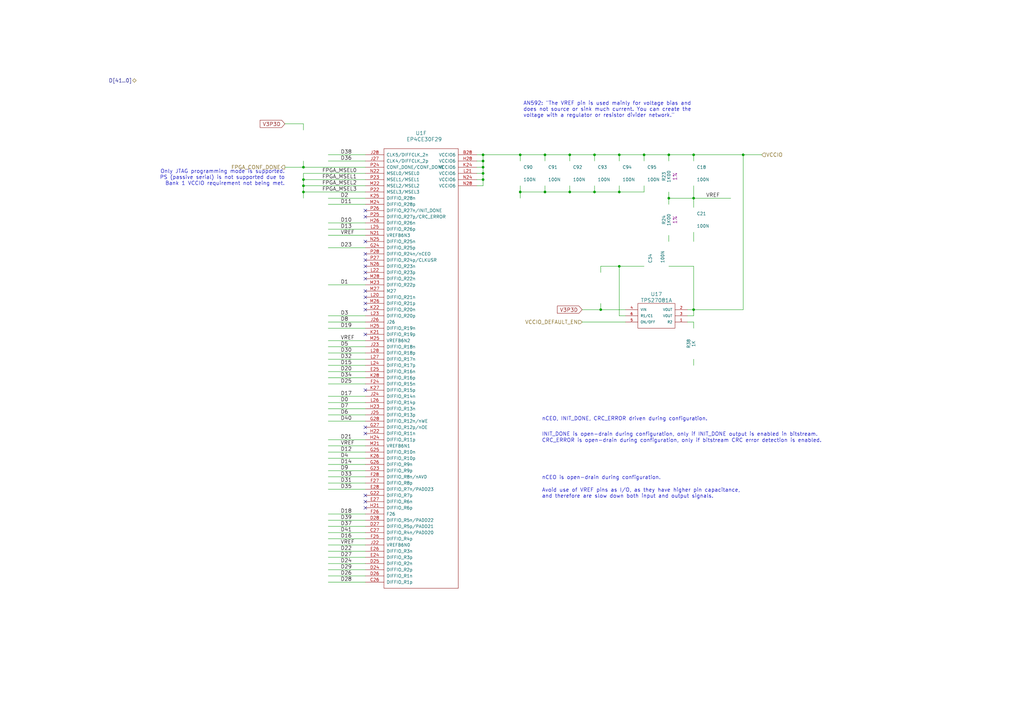
<source format=kicad_sch>
(kicad_sch (version 20230121) (generator eeschema)
  (paper "A3")
  (title_block (title "Daisho Project Main Board") (date "10 Oct 2014") (rev "0") (company "ShareBrained Technology, Inc.") (comment 1 "Copyright © 2013 Jared Boone") (comment 2 "License: GNU General Public License, version 2"))
  (junction (at 198.12 68.58))
  (junction (at 124.46 68.58))
  (junction (at 254 78.74))
  (junction (at 198.12 71.12))
  (junction (at 124.46 78.74))
  (junction (at 284.48 127))
  (junction (at 223.52 78.74))
  (junction (at 124.46 73.66))
  (junction (at 274.32 63.5))
  (junction (at 213.36 78.74))
  (junction (at 198.12 66.04))
  (junction (at 254 109.22))
  (junction (at 264.16 63.5))
  (junction (at 233.68 78.74))
  (junction (at 243.84 78.74))
  (junction (at 254 63.5))
  (junction (at 284.48 81.28))
  (junction (at 213.36 63.5))
  (junction (at 233.68 63.5))
  (junction (at 274.32 81.28))
  (junction (at 124.46 76.2))
  (junction (at 198.12 73.66))
  (junction (at 284.48 63.5))
  (junction (at 304.8 63.5))
  (junction (at 246.38 127))
  (junction (at 243.84 63.5))
  (junction (at 198.12 63.5))
  (junction (at 223.52 63.5))
  (no_connect (at 149.86 160.02))
  (no_connect (at 149.86 137.16))
  (no_connect (at 149.86 88.9))
  (no_connect (at 149.86 106.68))
  (no_connect (at 149.86 104.14))
  (no_connect (at 149.86 111.76))
  (no_connect (at 149.86 208.28))
  (no_connect (at 149.86 205.74))
  (no_connect (at 149.86 119.38))
  (no_connect (at 149.86 203.2))
  (no_connect (at 149.86 114.3))
  (no_connect (at 149.86 127))
  (no_connect (at 149.86 86.36))
  (no_connect (at 149.86 121.92))
  (no_connect (at 149.86 99.06))
  (no_connect (at 149.86 124.46))
  (no_connect (at 149.86 177.8))
  (no_connect (at 149.86 175.26))
  (no_connect (at 149.86 109.22))
  (wire (pts (xy 149.86 193.04) (xy 134.62 193.04)))
  (wire (pts (xy 149.86 172.72) (xy 134.62 172.72)))
  (wire (pts (xy 284.48 129.54) (xy 281.94 129.54)))
  (wire (pts (xy 149.86 129.54) (xy 134.62 129.54)))
  (wire (pts (xy 134.62 162.56) (xy 149.86 162.56)))
  (wire (pts (xy 149.86 91.44) (xy 134.62 91.44)))
  (wire (pts (xy 223.52 63.5) (xy 213.36 63.5)))
  (wire (pts (xy 134.62 233.68) (xy 149.86 233.68)))
  (wire (pts (xy 254 78.74) (xy 243.84 78.74)))
  (wire (pts (xy 149.86 73.66) (xy 124.46 73.66)))
  (wire (pts (xy 213.36 81.28) (xy 213.36 78.74)))
  (wire (pts (xy 124.46 81.28) (xy 124.46 78.74)))
  (wire (pts (xy 304.8 127) (xy 304.8 63.5)))
  (wire (pts (xy 284.48 85.09) (xy 284.48 81.28)))
  (wire (pts (xy 254 76.2) (xy 254 78.74)))
  (wire (pts (xy 149.86 142.24) (xy 134.62 142.24)))
  (wire (pts (xy 149.86 220.98) (xy 134.62 220.98)))
  (wire (pts (xy 281.94 127) (xy 284.48 127)))
  (wire (pts (xy 312.42 63.5) (xy 304.8 63.5)))
  (wire (pts (xy 284.48 63.5) (xy 284.48 66.04)))
  (wire (pts (xy 124.46 78.74) (xy 124.46 76.2)))
  (wire (pts (xy 274.32 96.52) (xy 274.32 99.06)))
  (wire (pts (xy 233.68 63.5) (xy 233.68 66.04)))
  (wire (pts (xy 254 129.54) (xy 254 109.22)))
  (wire (pts (xy 149.86 157.48) (xy 134.62 157.48)))
  (wire (pts (xy 124.46 78.74) (xy 149.86 78.74)))
  (wire (pts (xy 264.16 63.5) (xy 264.16 66.04)))
  (wire (pts (xy 134.62 154.94) (xy 149.86 154.94)))
  (wire (pts (xy 149.86 152.4) (xy 134.62 152.4)))
  (wire (pts (xy 124.46 73.66) (xy 124.46 71.12)))
  (wire (pts (xy 134.62 180.34) (xy 149.86 180.34)))
  (wire (pts (xy 213.36 63.5) (xy 213.36 66.04)))
  (wire (pts (xy 149.86 149.86) (xy 134.62 149.86)))
  (wire (pts (xy 233.68 78.74) (xy 233.68 76.2)))
  (wire (pts (xy 134.62 223.52) (xy 149.86 223.52)))
  (wire (pts (xy 134.62 170.18) (xy 149.86 170.18)))
  (wire (pts (xy 134.62 218.44) (xy 149.86 218.44)))
  (wire (pts (xy 134.62 236.22) (xy 149.86 236.22)))
  (wire (pts (xy 264.16 63.5) (xy 254 63.5)))
  (wire (pts (xy 243.84 63.5) (xy 243.84 66.04)))
  (wire (pts (xy 243.84 63.5) (xy 233.68 63.5)))
  (wire (pts (xy 149.86 198.12) (xy 134.62 198.12)))
  (wire (pts (xy 274.32 63.5) (xy 274.32 66.04)))
  (wire (pts (xy 149.86 68.58) (xy 124.46 68.58)))
  (wire (pts (xy 198.12 73.66) (xy 198.12 71.12)))
  (wire (pts (xy 284.48 127) (xy 304.8 127)))
  (wire (pts (xy 198.12 68.58) (xy 198.12 66.04)))
  (wire (pts (xy 274.32 83.82) (xy 274.32 81.28)))
  (wire (pts (xy 198.12 66.04) (xy 195.58 66.04)))
  (wire (pts (xy 198.12 71.12) (xy 198.12 68.58)))
  (wire (pts (xy 134.62 144.78) (xy 149.86 144.78)))
  (wire (pts (xy 134.62 101.6) (xy 149.86 101.6)))
  (wire (pts (xy 134.62 195.58) (xy 149.86 195.58)))
  (wire (pts (xy 304.8 63.5) (xy 284.48 63.5)))
  (wire (pts (xy 134.62 190.5) (xy 149.86 190.5)))
  (wire (pts (xy 254 63.5) (xy 243.84 63.5)))
  (wire (pts (xy 274.32 63.5) (xy 264.16 63.5)))
  (wire (pts (xy 284.48 134.62) (xy 284.48 132.08)))
  (wire (pts (xy 284.48 63.5) (xy 274.32 63.5)))
  (wire (pts (xy 149.86 231.14) (xy 134.62 231.14)))
  (wire (pts (xy 134.62 215.9) (xy 149.86 215.9)))
  (wire (pts (xy 134.62 81.28) (xy 149.86 81.28)))
  (wire (pts (xy 134.62 147.32) (xy 149.86 147.32)))
  (wire (pts (xy 198.12 68.58) (xy 195.58 68.58)))
  (wire (pts (xy 149.86 116.84) (xy 134.62 116.84)))
  (wire (pts (xy 243.84 78.74) (xy 233.68 78.74)))
  (wire (pts (xy 284.48 127) (xy 284.48 109.22)))
  (wire (pts (xy 254 63.5) (xy 254 66.04)))
  (wire (pts (xy 149.86 228.6) (xy 134.62 228.6)))
  (wire (pts (xy 246.38 111.76) (xy 246.38 109.22)))
  (wire (pts (xy 134.62 139.7) (xy 149.86 139.7)))
  (wire (pts (xy 284.48 147.32) (xy 284.48 149.86)))
  (wire (pts (xy 124.46 66.04) (xy 124.46 68.58)))
  (wire (pts (xy 284.48 95.25) (xy 284.48 99.06)))
  (wire (pts (xy 238.76 127) (xy 246.38 127)))
  (wire (pts (xy 246.38 127) (xy 256.54 127)))
  (wire (pts (xy 134.62 210.82) (xy 149.86 210.82)))
  (wire (pts (xy 149.86 66.04) (xy 134.62 66.04)))
  (wire (pts (xy 149.86 83.82) (xy 134.62 83.82)))
  (wire (pts (xy 284.48 81.28) (xy 299.72 81.28)))
  (wire (pts (xy 149.86 165.1) (xy 134.62 165.1)))
  (wire (pts (xy 223.52 78.74) (xy 213.36 78.74)))
  (wire (pts (xy 246.38 109.22) (xy 254 109.22)))
  (wire (pts (xy 213.36 63.5) (xy 198.12 63.5)))
  (wire (pts (xy 284.48 132.08) (xy 281.94 132.08)))
  (wire (pts (xy 223.52 63.5) (xy 223.52 66.04)))
  (wire (pts (xy 124.46 68.58) (xy 116.84 68.58)))
  (wire (pts (xy 149.86 238.76) (xy 134.62 238.76)))
  (wire (pts (xy 274.32 81.28) (xy 274.32 78.74)))
  (wire (pts (xy 198.12 73.66) (xy 195.58 73.66)))
  (wire (pts (xy 124.46 76.2) (xy 149.86 76.2)))
  (wire (pts (xy 264.16 78.74) (xy 254 78.74)))
  (wire (pts (xy 149.86 96.52) (xy 134.62 96.52)))
  (wire (pts (xy 198.12 71.12) (xy 195.58 71.12)))
  (wire (pts (xy 134.62 226.06) (xy 149.86 226.06)))
  (wire (pts (xy 134.62 93.98) (xy 149.86 93.98)))
  (wire (pts (xy 274.32 81.28) (xy 284.48 81.28)))
  (wire (pts (xy 149.86 185.42) (xy 134.62 185.42)))
  (wire (pts (xy 223.52 78.74) (xy 223.52 76.2)))
  (wire (pts (xy 149.86 134.62) (xy 134.62 134.62)))
  (wire (pts (xy 124.46 53.34) (xy 124.46 50.8)))
  (wire (pts (xy 134.62 182.88) (xy 149.86 182.88)))
  (wire (pts (xy 124.46 71.12) (xy 149.86 71.12)))
  (wire (pts (xy 256.54 132.08) (xy 238.76 132.08)))
  (wire (pts (xy 284.48 129.54) (xy 284.48 127)))
  (wire (pts (xy 284.48 109.22) (xy 274.32 109.22)))
  (wire (pts (xy 124.46 76.2) (xy 124.46 73.66)))
  (wire (pts (xy 284.48 81.28) (xy 284.48 76.2)))
  (wire (pts (xy 254 109.22) (xy 264.16 109.22)))
  (wire (pts (xy 233.68 78.74) (xy 223.52 78.74)))
  (wire (pts (xy 198.12 66.04) (xy 198.12 63.5)))
  (wire (pts (xy 198.12 63.5) (xy 195.58 63.5)))
  (wire (pts (xy 124.46 50.8) (xy 116.84 50.8)))
  (wire (pts (xy 134.62 187.96) (xy 149.86 187.96)))
  (wire (pts (xy 264.16 76.2) (xy 264.16 78.74)))
  (wire (pts (xy 246.38 124.46) (xy 246.38 127)))
  (wire (pts (xy 198.12 76.2) (xy 198.12 73.66)))
  (wire (pts (xy 243.84 78.74) (xy 243.84 76.2)))
  (wire (pts (xy 149.86 63.5) (xy 134.62 63.5)))
  (wire (pts (xy 134.62 132.08) (xy 149.86 132.08)))
  (wire (pts (xy 149.86 167.64) (xy 134.62 167.64)))
  (wire (pts (xy 213.36 78.74) (xy 213.36 76.2)))
  (wire (pts (xy 256.54 129.54) (xy 254 129.54)))
  (wire (pts (xy 233.68 63.5) (xy 223.52 63.5)))
  (wire (pts (xy 195.58 76.2) (xy 198.12 76.2)))
  (wire (pts (xy 149.86 200.66) (xy 134.62 200.66)))
  (wire (pts (xy 149.86 213.36) (xy 134.62 213.36)))
  (text "nCEO, INIT_DONE, CRC_ERROR driven during configuration." (at 222.25 172.72 0) (effects (font (size 1.524 1.524)) (justify left bottom)))
  (text "Avoid use of VREF pins as I/O, as they have higher pin capacitance,\nand therefore are slow down both input and output signals." (at 222.25 204.47 0) (effects (font (size 1.524 1.524)) (justify left bottom)))
  (text "CRC_ERROR is open-drain during configuration, only if bitstream CRC error detection is enabled." (at 222.25 181.61 0) (effects (font (size 1.524 1.524)) (justify left bottom)))
  (text "nCEO is open-drain during configuration." (at 222.25 196.85 0) (effects (font (size 1.524 1.524)) (justify left bottom)))
  (text "INIT_DONE is open-drain during configuration, only if INIT_DONE output is enabled in bitstream." (at 222.25 179.07 0) (effects (font (size 1.524 1.524)) (justify left bottom)))
  (text "AN592: \"The VREF pin is used mainly for voltage bias and\ndoes not source or sink much current. You can create the\nvoltage with a regulator or resistor divider network.\"" (at 214.63 48.26 0) (effects (font (size 1.524 1.524)) (justify left bottom)))
  (text "Only JTAG programming mode is supported.\nPS (passive serial) is not supported due to\nBank 1 VCCIO requirement not being met." (at 116.84 76.2 0) (effects (font (size 1.524 1.524)) (justify right bottom)))
  (label "D15" (at 139.7 149.86 0) (effects (font (size 1.524 1.524))))
  (label "FPGA_MSEL0" (at 132.08 71.12 0) (effects (font (size 1.524 1.524))))
  (label "D16" (at 139.7 220.98 0) (effects (font (size 1.524 1.524))))
  (label "D35" (at 139.7 200.66 0) (effects (font (size 1.524 1.524))))
  (label "D38" (at 139.7 63.5 0) (effects (font (size 1.524 1.524))))
  (label "D19" (at 139.7 134.62 0) (effects (font (size 1.524 1.524))))
  (label "D5" (at 139.7 142.24 0) (effects (font (size 1.524 1.524))))
  (label "D26" (at 139.7 236.22 0) (effects (font (size 1.524 1.524))))
  (label "D2" (at 139.7 81.28 0) (effects (font (size 1.524 1.524))))
  (label "D7" (at 139.7 167.64 0) (effects (font (size 1.524 1.524))))
  (label "D23" (at 139.7 101.6 0) (effects (font (size 1.524 1.524))))
  (label "D0" (at 139.7 165.1 0) (effects (font (size 1.524 1.524))))
  (label "D30" (at 139.7 144.78 0) (effects (font (size 1.524 1.524))))
  (label "D34" (at 139.7 154.94 0) (effects (font (size 1.524 1.524))))
  (label "D1" (at 139.7 116.84 0) (effects (font (size 1.524 1.524))))
  (label "D4" (at 139.7 187.96 0) (effects (font (size 1.524 1.524))))
  (label "D6" (at 139.7 170.18 0) (effects (font (size 1.524 1.524))))
  (label "D31" (at 139.7 198.12 0) (effects (font (size 1.524 1.524))))
  (label "D22" (at 139.7 226.06 0) (effects (font (size 1.524 1.524))))
  (label "D8" (at 139.7 132.08 0) (effects (font (size 1.524 1.524))))
  (label "D27" (at 139.7 228.6 0) (effects (font (size 1.524 1.524))))
  (label "FPGA_MSEL1" (at 132.08 73.66 0) (effects (font (size 1.524 1.524))))
  (label "D41" (at 139.7 218.44 0) (effects (font (size 1.524 1.524))))
  (label "D36" (at 139.7 66.04 0) (effects (font (size 1.524 1.524))))
  (label "D39" (at 139.7 213.36 0) (effects (font (size 1.524 1.524))))
  (label "D3" (at 139.7 129.54 0) (effects (font (size 1.524 1.524))))
  (label "D37" (at 139.7 215.9 0) (effects (font (size 1.524 1.524))))
  (label "D28" (at 139.7 238.76 0) (effects (font (size 1.524 1.524))))
  (label "VREF" (at 139.7 96.52 0) (effects (font (size 1.524 1.524))))
  (label "D21" (at 139.7 180.34 0) (effects (font (size 1.524 1.524))))
  (label "D13" (at 139.7 93.98 0) (effects (font (size 1.524 1.524))))
  (label "VREF" (at 139.7 182.88 0) (effects (font (size 1.524 1.524))))
  (label "D40" (at 139.7 172.72 0) (effects (font (size 1.524 1.524))))
  (label "D12" (at 139.7 185.42 0) (effects (font (size 1.524 1.524))))
  (label "D33" (at 139.7 195.58 0) (effects (font (size 1.524 1.524))))
  (label "FPGA_MSEL2" (at 132.08 76.2 0) (effects (font (size 1.524 1.524))))
  (label "VREF" (at 139.7 223.52 0) (effects (font (size 1.524 1.524))))
  (label "D10" (at 139.7 91.44 0) (effects (font (size 1.524 1.524))))
  (label "D32" (at 139.7 147.32 0) (effects (font (size 1.524 1.524))))
  (label "VREF" (at 289.56 81.28 0) (effects (font (size 1.524 1.524))))
  (label "FPGA_MSEL3" (at 132.08 78.74 0) (effects (font (size 1.524 1.524))))
  (label "D20" (at 139.7 152.4 0) (effects (font (size 1.524 1.524))))
  (label "D11" (at 139.7 83.82 0) (effects (font (size 1.524 1.524))))
  (label "D17" (at 139.7 162.56 0) (effects (font (size 1.524 1.524))))
  (label "D25" (at 139.7 157.48 0) (effects (font (size 1.524 1.524))))
  (label "D24" (at 139.7 231.14 0) (effects (font (size 1.524 1.524))))
  (label "VREF" (at 139.7 139.7 0) (effects (font (size 1.524 1.524))))
  (label "D29" (at 139.7 233.68 0) (effects (font (size 1.524 1.524))))
  (label "D14" (at 139.7 190.5 0) (effects (font (size 1.524 1.524))))
  (label "D9" (at 139.7 193.04 0) (effects (font (size 1.524 1.524))))
  (label "D18" (at 139.7 210.82 0) (effects (font (size 1.524 1.524))))
  (global_label "V3P3D" (shape input) (at 238.76 127 180) (effects (font (size 1.524 1.524))) (property "Intersheetrefs" "${INTERSHEET_REFS}" (effects hide)))
  (global_label "V3P3D" (shape input) (at 116.84 50.8 180) (effects (font (size 1.524 1.524))) (property "Intersheetrefs" "${INTERSHEET_REFS}" (effects hide)))
  (hierarchical_label "VCCIO" (shape input) (at 312.42 63.5 0) (effects (font (size 1.524 1.524))))
  (hierarchical_label "D[41..0]" (shape bidirectional) (at 55.88 33.02 180) (effects (font (size 1.524 1.524))))
  (hierarchical_label "FPGA_CONF_DONE" (shape output) (at 116.84 68.58 180) (effects (font (size 1.524 1.524))))
  (hierarchical_label "VCCIO_DEFAULT_EN" (shape input) (at 238.76 132.08 180) (effects (font (size 1.524 1.524))))
  (symbol (lib_id "ep4ce30f29:EP4CE30F29") (at 172.72 55.88 0) (unit 6)
    (property "Reference" "U1" (at 172.72 54.61 0) (effects (font (size 1.524 1.524))))
    (property "Value" "EP4CE30F29" (at 173.99 57.15 0) (effects (font (size 1.524 1.524))))
  )
  (symbol (lib_id "R") (at 274.32 72.39 180) (unit 1)
    (property "Reference" "R23" (at 272.288 72.39 90))
    (property "Value" "1K00" (at 274.32 72.39 90))
    (property "Manufacturer" "Stackpole" (effects hide))
    (property "Part Number" "RMCF0402FT1K00" (effects hide))
    (property "Tolerance" "1%" (at 276.86 72.39 90) (effects (font (size 1.524 1.524))))
  )
  (symbol (lib_id "R") (at 274.32 90.17 180) (unit 1)
    (property "Reference" "R24" (at 272.288 90.17 90))
    (property "Value" "1K00" (at 274.32 90.17 90))
    (property "Manufacturer" "Stackpole" (effects hide))
    (property "Part Number" "RMCF0402FT1K00" (effects hide))
    (property "Tolerance" "1%" (at 276.86 90.17 90) (effects (font (size 1.524 1.524))))
  )
  (symbol (lib_id "GND") (at 274.32 99.06 0) (unit 1)
    (property "Reference" "#PWR0125" (effects hide))
    (property "Value" "GND" (effects hide))
  )
  (symbol (lib_id "C") (at 284.48 90.17 0) (unit 1)
    (property "Reference" "C21" (at 285.75 87.63 0) (effects (justify left)))
    (property "Value" "100N" (at 285.75 92.71 0) (effects (justify left)))
    (property "Manufacturer" "Murata" (effects hide))
    (property "Part Number" "GRM155R61A104KA01D" (effects hide))
  )
  (symbol (lib_id "GND") (at 284.48 99.06 0) (unit 1)
    (property "Reference" "#PWR0124" (effects hide))
    (property "Value" "GND" (effects hide))
  )
  (symbol (lib_id "C") (at 213.36 71.12 0) (unit 1)
    (property "Reference" "C90" (at 214.63 68.58 0) (effects (justify left)))
    (property "Value" "100N" (at 214.63 73.66 0) (effects (justify left)))
    (property "Manufacturer" "Murata" (effects hide))
    (property "Part Number" "GRM155R61A104KA01D" (effects hide))
  )
  (symbol (lib_id "C") (at 223.52 71.12 0) (unit 1)
    (property "Reference" "C91" (at 224.79 68.58 0) (effects (justify left)))
    (property "Value" "100N" (at 224.79 73.66 0) (effects (justify left)))
    (property "Manufacturer" "Murata" (effects hide))
    (property "Part Number" "GRM155R61A104KA01D" (effects hide))
  )
  (symbol (lib_id "C") (at 233.68 71.12 0) (unit 1)
    (property "Reference" "C92" (at 234.95 68.58 0) (effects (justify left)))
    (property "Value" "100N" (at 234.95 73.66 0) (effects (justify left)))
    (property "Manufacturer" "Murata" (effects hide))
    (property "Part Number" "GRM155R61A104KA01D" (effects hide))
  )
  (symbol (lib_id "C") (at 243.84 71.12 0) (unit 1)
    (property "Reference" "C93" (at 245.11 68.58 0) (effects (justify left)))
    (property "Value" "100N" (at 245.11 73.66 0) (effects (justify left)))
    (property "Manufacturer" "Murata" (effects hide))
    (property "Part Number" "GRM155R61A104KA01D" (effects hide))
  )
  (symbol (lib_id "C") (at 254 71.12 0) (unit 1)
    (property "Reference" "C94" (at 255.27 68.58 0) (effects (justify left)))
    (property "Value" "100N" (at 255.27 73.66 0) (effects (justify left)))
    (property "Manufacturer" "Murata" (effects hide))
    (property "Part Number" "GRM155R61A104KA01D" (effects hide))
  )
  (symbol (lib_id "C") (at 264.16 71.12 0) (unit 1)
    (property "Reference" "C95" (at 265.43 68.58 0) (effects (justify left)))
    (property "Value" "100N" (at 265.43 73.66 0) (effects (justify left)))
    (property "Manufacturer" "Murata" (effects hide))
    (property "Part Number" "GRM155R61A104KA01D" (effects hide))
  )
  (symbol (lib_id "GND") (at 213.36 81.28 0) (unit 1)
    (property "Reference" "#PWR0123" (effects hide))
    (property "Value" "GND" (effects hide))
  )
  (symbol (lib_id "GND") (at 124.46 81.28 0) (unit 1)
    (property "Reference" "#PWR0122" (effects hide))
    (property "Value" "GND" (effects hide))
  )
  (symbol (lib_id "R") (at 124.46 59.69 0) (mirror y) (unit 1)
    (property "Reference" "R51" (at 122.428 59.69 90))
    (property "Value" "10K" (at 124.46 59.69 90))
    (property "Manufacturer" "Stackpole" (effects hide))
    (property "Part Number" "RMCF0402JT10K0" (effects hide))
  )
  (symbol (lib_id "C") (at 284.48 71.12 0) (unit 1)
    (property "Reference" "C18" (at 285.75 68.58 0) (effects (justify left)))
    (property "Value" "100N" (at 285.75 73.66 0) (effects (justify left)))
    (property "Manufacturer" "Murata" (effects hide))
    (property "Part Number" "GRM155R61A104KA01D" (effects hide))
  )
  (symbol (lib_id "R") (at 246.38 118.11 0) (mirror y) (unit 1)
    (property "Reference" "R36" (at 244.348 118.11 90))
    (property "Value" "10K" (at 246.38 118.11 90))
    (property "Manufacturer" "Stackpole" (effects hide))
    (property "Part Number" "RMCF0402JT10K0" (effects hide))
  )
  (symbol (lib_id "C") (at 269.24 109.22 90) (unit 1)
    (property "Reference" "C34" (at 266.7 107.95 0) (effects (justify left)))
    (property "Value" "100N" (at 271.78 107.95 0) (effects (justify left)))
    (property "Manufacturer" "Murata" (effects hide))
    (property "Part Number" "GRM155R61A104KA01D" (effects hide))
  )
  (symbol (lib_id "GND") (at 284.48 149.86 0) (unit 1)
    (property "Reference" "#PWR0121" (effects hide))
    (property "Value" "GND" (effects hide))
  )
  (symbol (lib_id "R") (at 284.48 140.97 0) (mirror y) (unit 1)
    (property "Reference" "R38" (at 282.448 140.97 90))
    (property "Value" "1K" (at 284.48 140.97 90))
    (property "Manufacturer" "Stackpole" (effects hide))
    (property "Part Number" "RMCF0402FT1K00" (effects hide))
  )
  (symbol (lib_id "tps27081a:TPS27081A") (at 269.24 129.54 0) (unit 1)
    (property "Reference" "U17" (at 269.24 120.65 0) (effects (font (size 1.524 1.524))))
    (property "Value" "TPS27081A" (at 269.24 123.19 0) (effects (font (size 1.524 1.524))))
    (property "Manufacturer" "TI" (effects hide))
    (property "Part Number" "TPS27081ADDC" (effects hide))
  )
)
</source>
